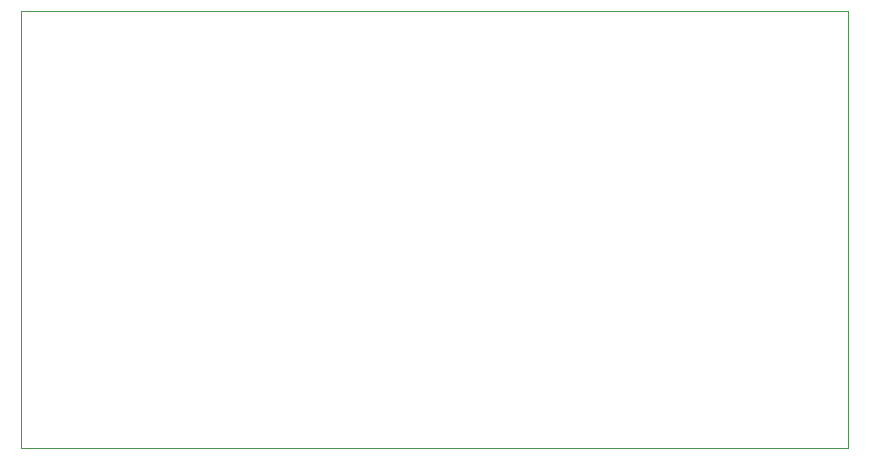
<source format=gbr>
%TF.GenerationSoftware,KiCad,Pcbnew,(7.0.0)*%
%TF.CreationDate,2023-06-06T17:30:43+02:00*%
%TF.ProjectId,traffic_sign_board,74726166-6669-4635-9f73-69676e5f626f,rev?*%
%TF.SameCoordinates,Original*%
%TF.FileFunction,Profile,NP*%
%FSLAX46Y46*%
G04 Gerber Fmt 4.6, Leading zero omitted, Abs format (unit mm)*
G04 Created by KiCad (PCBNEW (7.0.0)) date 2023-06-06 17:30:43*
%MOMM*%
%LPD*%
G01*
G04 APERTURE LIST*
%TA.AperFunction,Profile*%
%ADD10C,0.100000*%
%TD*%
G04 APERTURE END LIST*
D10*
X100000000Y-98000000D02*
X170000000Y-98000000D01*
X170000000Y-98000000D02*
X170000000Y-135000000D01*
X170000000Y-135000000D02*
X100000000Y-135000000D01*
X100000000Y-135000000D02*
X100000000Y-98000000D01*
M02*

</source>
